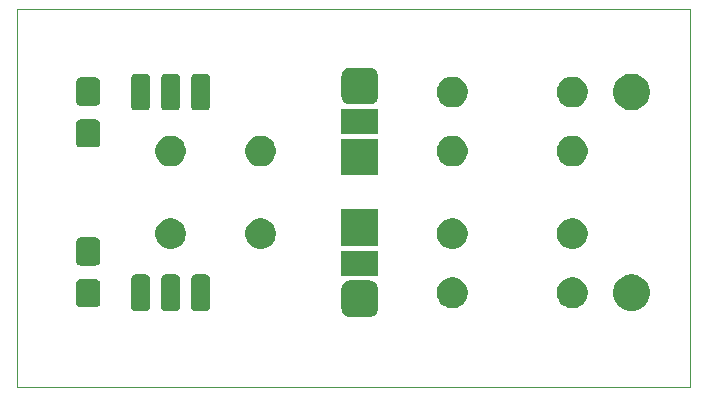
<source format=gbr>
G04 #@! TF.GenerationSoftware,KiCad,Pcbnew,5.1.5-52549c5~84~ubuntu18.04.1*
G04 #@! TF.CreationDate,2020-06-19T14:53:48+02:00*
G04 #@! TF.ProjectId,astabile-kippstufe,61737461-6269-46c6-952d-6b6970707374,V19.0.1*
G04 #@! TF.SameCoordinates,PX754d4c0PY5f5e100*
G04 #@! TF.FileFunction,Soldermask,Top*
G04 #@! TF.FilePolarity,Negative*
%FSLAX46Y46*%
G04 Gerber Fmt 4.6, Leading zero omitted, Abs format (unit mm)*
G04 Created by KiCad (PCBNEW 5.1.5-52549c5~84~ubuntu18.04.1) date 2020-06-19 14:53:48*
%MOMM*%
%LPD*%
G04 APERTURE LIST*
%ADD10C,0.050000*%
%ADD11C,0.100000*%
G04 APERTURE END LIST*
D10*
X0Y0D02*
X0Y32000000D01*
X57000000Y0D02*
X0Y0D01*
X57000000Y8000000D02*
X57000000Y0D01*
X57000000Y8000000D02*
X57000000Y25000000D01*
X57000000Y32000000D02*
X0Y32000000D01*
X57000000Y25000000D02*
X57000000Y32000000D01*
D11*
G36*
X29976979Y9036707D02*
G01*
X30110625Y8996166D01*
X30233784Y8930336D01*
X30341740Y8841740D01*
X30430336Y8733784D01*
X30496166Y8610625D01*
X30536707Y8476979D01*
X30551000Y8331860D01*
X30551000Y6668140D01*
X30536707Y6523021D01*
X30496166Y6389375D01*
X30430336Y6266216D01*
X30341740Y6158260D01*
X30233784Y6069664D01*
X30110625Y6003834D01*
X29976979Y5963293D01*
X29831860Y5949000D01*
X28168140Y5949000D01*
X28023021Y5963293D01*
X27889375Y6003834D01*
X27766216Y6069664D01*
X27658260Y6158260D01*
X27569664Y6266216D01*
X27503834Y6389375D01*
X27463293Y6523021D01*
X27449000Y6668140D01*
X27449000Y8331860D01*
X27463293Y8476979D01*
X27503834Y8610625D01*
X27569664Y8733784D01*
X27658260Y8841740D01*
X27766216Y8930336D01*
X27889375Y8996166D01*
X28023021Y9036707D01*
X28168140Y9051000D01*
X29831860Y9051000D01*
X29976979Y9036707D01*
G37*
G36*
X52284909Y9524714D02*
G01*
X52452410Y9491396D01*
X52734674Y9374479D01*
X52988705Y9204741D01*
X53204741Y8988705D01*
X53374479Y8734674D01*
X53491396Y8452410D01*
X53551000Y8152760D01*
X53551000Y7847240D01*
X53491396Y7547590D01*
X53374479Y7265326D01*
X53204741Y7011295D01*
X52988705Y6795259D01*
X52734674Y6625521D01*
X52452410Y6508604D01*
X52306024Y6479486D01*
X52152761Y6449000D01*
X51847239Y6449000D01*
X51693976Y6479486D01*
X51547590Y6508604D01*
X51265326Y6625521D01*
X51011295Y6795259D01*
X50795259Y7011295D01*
X50625521Y7265326D01*
X50508604Y7547590D01*
X50449000Y7847240D01*
X50449000Y8152760D01*
X50508604Y8452410D01*
X50625521Y8734674D01*
X50795259Y8988705D01*
X51011295Y9204741D01*
X51265326Y9374479D01*
X51547590Y9491396D01*
X51715091Y9524714D01*
X51847239Y9551000D01*
X52152761Y9551000D01*
X52284909Y9524714D01*
G37*
G36*
X13528823Y9543913D02*
G01*
X13592111Y9524714D01*
X13650449Y9493532D01*
X13701575Y9451575D01*
X13743532Y9400449D01*
X13774714Y9342111D01*
X13793913Y9278823D01*
X13801000Y9206862D01*
X13801000Y6793138D01*
X13793913Y6721177D01*
X13774714Y6657889D01*
X13743532Y6599551D01*
X13701575Y6548425D01*
X13650449Y6506468D01*
X13592111Y6475286D01*
X13528823Y6456087D01*
X13456862Y6449000D01*
X12543138Y6449000D01*
X12471177Y6456087D01*
X12407889Y6475286D01*
X12349551Y6506468D01*
X12298425Y6548425D01*
X12256468Y6599551D01*
X12225286Y6657889D01*
X12206087Y6721177D01*
X12199000Y6793138D01*
X12199000Y9206862D01*
X12206087Y9278823D01*
X12225286Y9342111D01*
X12256468Y9400449D01*
X12298425Y9451575D01*
X12349551Y9493532D01*
X12407889Y9524714D01*
X12471177Y9543913D01*
X12543138Y9551000D01*
X13456862Y9551000D01*
X13528823Y9543913D01*
G37*
G36*
X16068823Y9543913D02*
G01*
X16132111Y9524714D01*
X16190449Y9493532D01*
X16241575Y9451575D01*
X16283532Y9400449D01*
X16314714Y9342111D01*
X16333913Y9278823D01*
X16341000Y9206862D01*
X16341000Y6793138D01*
X16333913Y6721177D01*
X16314714Y6657889D01*
X16283532Y6599551D01*
X16241575Y6548425D01*
X16190449Y6506468D01*
X16132111Y6475286D01*
X16068823Y6456087D01*
X15996862Y6449000D01*
X15083138Y6449000D01*
X15011177Y6456087D01*
X14947889Y6475286D01*
X14889551Y6506468D01*
X14838425Y6548425D01*
X14796468Y6599551D01*
X14765286Y6657889D01*
X14746087Y6721177D01*
X14739000Y6793138D01*
X14739000Y9206862D01*
X14746087Y9278823D01*
X14765286Y9342111D01*
X14796468Y9400449D01*
X14838425Y9451575D01*
X14889551Y9493532D01*
X14947889Y9524714D01*
X15011177Y9543913D01*
X15083138Y9551000D01*
X15996862Y9551000D01*
X16068823Y9543913D01*
G37*
G36*
X10988823Y9543913D02*
G01*
X11052111Y9524714D01*
X11110449Y9493532D01*
X11161575Y9451575D01*
X11203532Y9400449D01*
X11234714Y9342111D01*
X11253913Y9278823D01*
X11261000Y9206862D01*
X11261000Y6793138D01*
X11253913Y6721177D01*
X11234714Y6657889D01*
X11203532Y6599551D01*
X11161575Y6548425D01*
X11110449Y6506468D01*
X11052111Y6475286D01*
X10988823Y6456087D01*
X10916862Y6449000D01*
X10003138Y6449000D01*
X9931177Y6456087D01*
X9867889Y6475286D01*
X9809551Y6506468D01*
X9758425Y6548425D01*
X9716468Y6599551D01*
X9685286Y6657889D01*
X9666087Y6721177D01*
X9659000Y6793138D01*
X9659000Y9206862D01*
X9666087Y9278823D01*
X9685286Y9342111D01*
X9716468Y9400449D01*
X9758425Y9451575D01*
X9809551Y9493532D01*
X9867889Y9524714D01*
X9931177Y9543913D01*
X10003138Y9551000D01*
X10916862Y9551000D01*
X10988823Y9543913D01*
G37*
G36*
X37219487Y9251004D02*
G01*
X37436775Y9161000D01*
X37456255Y9152931D01*
X37561707Y9082470D01*
X37669339Y9010553D01*
X37850553Y8829339D01*
X37992932Y8616253D01*
X38091004Y8379487D01*
X38141000Y8128139D01*
X38141000Y7871861D01*
X38091004Y7620513D01*
X38060798Y7547590D01*
X37992931Y7383745D01*
X37850553Y7170661D01*
X37669339Y6989447D01*
X37456255Y6847069D01*
X37456254Y6847068D01*
X37456253Y6847068D01*
X37219487Y6748996D01*
X36968139Y6699000D01*
X36711861Y6699000D01*
X36460513Y6748996D01*
X36223747Y6847068D01*
X36223746Y6847068D01*
X36223745Y6847069D01*
X36010661Y6989447D01*
X35829447Y7170661D01*
X35687069Y7383745D01*
X35619202Y7547590D01*
X35588996Y7620513D01*
X35539000Y7871861D01*
X35539000Y8128139D01*
X35588996Y8379487D01*
X35687068Y8616253D01*
X35829447Y8829339D01*
X36010661Y9010553D01*
X36118293Y9082470D01*
X36223745Y9152931D01*
X36243225Y9161000D01*
X36460513Y9251004D01*
X36711861Y9301000D01*
X36968139Y9301000D01*
X37219487Y9251004D01*
G37*
G36*
X47379487Y9251004D02*
G01*
X47596775Y9161000D01*
X47616255Y9152931D01*
X47721707Y9082470D01*
X47829339Y9010553D01*
X48010553Y8829339D01*
X48152932Y8616253D01*
X48251004Y8379487D01*
X48301000Y8128139D01*
X48301000Y7871861D01*
X48251004Y7620513D01*
X48220798Y7547590D01*
X48152931Y7383745D01*
X48010553Y7170661D01*
X47829339Y6989447D01*
X47616255Y6847069D01*
X47616254Y6847068D01*
X47616253Y6847068D01*
X47379487Y6748996D01*
X47128139Y6699000D01*
X46871861Y6699000D01*
X46620513Y6748996D01*
X46383747Y6847068D01*
X46383746Y6847068D01*
X46383745Y6847069D01*
X46170661Y6989447D01*
X45989447Y7170661D01*
X45847069Y7383745D01*
X45779202Y7547590D01*
X45748996Y7620513D01*
X45699000Y7871861D01*
X45699000Y8128139D01*
X45748996Y8379487D01*
X45847068Y8616253D01*
X45989447Y8829339D01*
X46170661Y9010553D01*
X46278293Y9082470D01*
X46383745Y9152931D01*
X46403225Y9161000D01*
X46620513Y9251004D01*
X46871861Y9301000D01*
X47128139Y9301000D01*
X47379487Y9251004D01*
G37*
G36*
X6678210Y9151511D02*
G01*
X6764950Y9125198D01*
X6844889Y9082470D01*
X6914962Y9024962D01*
X6972470Y8954889D01*
X7015198Y8874950D01*
X7041511Y8788210D01*
X7051000Y8691860D01*
X7051000Y7228140D01*
X7041511Y7131790D01*
X7015198Y7045050D01*
X6972470Y6965111D01*
X6914962Y6895038D01*
X6844889Y6837530D01*
X6764950Y6794802D01*
X6678210Y6768489D01*
X6581860Y6759000D01*
X5418140Y6759000D01*
X5321790Y6768489D01*
X5235050Y6794802D01*
X5155111Y6837530D01*
X5085038Y6895038D01*
X5027530Y6965111D01*
X4984802Y7045050D01*
X4958489Y7131790D01*
X4949000Y7228140D01*
X4949000Y8691860D01*
X4958489Y8788210D01*
X4984802Y8874950D01*
X5027530Y8954889D01*
X5085038Y9024962D01*
X5155111Y9082470D01*
X5235050Y9125198D01*
X5321790Y9151511D01*
X5418140Y9161000D01*
X6581860Y9161000D01*
X6678210Y9151511D01*
G37*
G36*
X30551000Y9449000D02*
G01*
X27449000Y9449000D01*
X27449000Y11551000D01*
X30551000Y11551000D01*
X30551000Y9449000D01*
G37*
G36*
X6678210Y12691511D02*
G01*
X6764950Y12665198D01*
X6844889Y12622470D01*
X6914962Y12564962D01*
X6972470Y12494889D01*
X7015198Y12414950D01*
X7041511Y12328210D01*
X7051000Y12231860D01*
X7051000Y10768140D01*
X7041511Y10671790D01*
X7015198Y10585050D01*
X6972470Y10505111D01*
X6914962Y10435038D01*
X6844889Y10377530D01*
X6764950Y10334802D01*
X6678210Y10308489D01*
X6581860Y10299000D01*
X5418140Y10299000D01*
X5321790Y10308489D01*
X5235050Y10334802D01*
X5155111Y10377530D01*
X5085038Y10435038D01*
X5027530Y10505111D01*
X4984802Y10585050D01*
X4958489Y10671790D01*
X4949000Y10768140D01*
X4949000Y12231860D01*
X4958489Y12328210D01*
X4984802Y12414950D01*
X5027530Y12494889D01*
X5085038Y12564962D01*
X5155111Y12622470D01*
X5235050Y12665198D01*
X5321790Y12691511D01*
X5418140Y12701000D01*
X6581860Y12701000D01*
X6678210Y12691511D01*
G37*
G36*
X13379487Y14251004D02*
G01*
X13616253Y14152932D01*
X13616255Y14152931D01*
X13829339Y14010553D01*
X14010553Y13829339D01*
X14152932Y13616253D01*
X14251004Y13379487D01*
X14301000Y13128139D01*
X14301000Y12871861D01*
X14251004Y12620513D01*
X14187604Y12467452D01*
X14152931Y12383745D01*
X14010553Y12170661D01*
X13829339Y11989447D01*
X13616255Y11847069D01*
X13616254Y11847068D01*
X13616253Y11847068D01*
X13379487Y11748996D01*
X13128139Y11699000D01*
X12871861Y11699000D01*
X12620513Y11748996D01*
X12383747Y11847068D01*
X12383746Y11847068D01*
X12383745Y11847069D01*
X12170661Y11989447D01*
X11989447Y12170661D01*
X11847069Y12383745D01*
X11812396Y12467452D01*
X11748996Y12620513D01*
X11699000Y12871861D01*
X11699000Y13128139D01*
X11748996Y13379487D01*
X11847068Y13616253D01*
X11989447Y13829339D01*
X12170661Y14010553D01*
X12383745Y14152931D01*
X12383747Y14152932D01*
X12620513Y14251004D01*
X12871861Y14301000D01*
X13128139Y14301000D01*
X13379487Y14251004D01*
G37*
G36*
X20999487Y14251004D02*
G01*
X21236253Y14152932D01*
X21236255Y14152931D01*
X21449339Y14010553D01*
X21630553Y13829339D01*
X21772932Y13616253D01*
X21871004Y13379487D01*
X21921000Y13128139D01*
X21921000Y12871861D01*
X21871004Y12620513D01*
X21807604Y12467452D01*
X21772931Y12383745D01*
X21630553Y12170661D01*
X21449339Y11989447D01*
X21236255Y11847069D01*
X21236254Y11847068D01*
X21236253Y11847068D01*
X20999487Y11748996D01*
X20748139Y11699000D01*
X20491861Y11699000D01*
X20240513Y11748996D01*
X20003747Y11847068D01*
X20003746Y11847068D01*
X20003745Y11847069D01*
X19790661Y11989447D01*
X19609447Y12170661D01*
X19467069Y12383745D01*
X19432396Y12467452D01*
X19368996Y12620513D01*
X19319000Y12871861D01*
X19319000Y13128139D01*
X19368996Y13379487D01*
X19467068Y13616253D01*
X19609447Y13829339D01*
X19790661Y14010553D01*
X20003745Y14152931D01*
X20003747Y14152932D01*
X20240513Y14251004D01*
X20491861Y14301000D01*
X20748139Y14301000D01*
X20999487Y14251004D01*
G37*
G36*
X37219487Y14251004D02*
G01*
X37456253Y14152932D01*
X37456255Y14152931D01*
X37669339Y14010553D01*
X37850553Y13829339D01*
X37992932Y13616253D01*
X38091004Y13379487D01*
X38141000Y13128139D01*
X38141000Y12871861D01*
X38091004Y12620513D01*
X38027604Y12467452D01*
X37992931Y12383745D01*
X37850553Y12170661D01*
X37669339Y11989447D01*
X37456255Y11847069D01*
X37456254Y11847068D01*
X37456253Y11847068D01*
X37219487Y11748996D01*
X36968139Y11699000D01*
X36711861Y11699000D01*
X36460513Y11748996D01*
X36223747Y11847068D01*
X36223746Y11847068D01*
X36223745Y11847069D01*
X36010661Y11989447D01*
X35829447Y12170661D01*
X35687069Y12383745D01*
X35652396Y12467452D01*
X35588996Y12620513D01*
X35539000Y12871861D01*
X35539000Y13128139D01*
X35588996Y13379487D01*
X35687068Y13616253D01*
X35829447Y13829339D01*
X36010661Y14010553D01*
X36223745Y14152931D01*
X36223747Y14152932D01*
X36460513Y14251004D01*
X36711861Y14301000D01*
X36968139Y14301000D01*
X37219487Y14251004D01*
G37*
G36*
X47379487Y14251004D02*
G01*
X47616253Y14152932D01*
X47616255Y14152931D01*
X47829339Y14010553D01*
X48010553Y13829339D01*
X48152932Y13616253D01*
X48251004Y13379487D01*
X48301000Y13128139D01*
X48301000Y12871861D01*
X48251004Y12620513D01*
X48187604Y12467452D01*
X48152931Y12383745D01*
X48010553Y12170661D01*
X47829339Y11989447D01*
X47616255Y11847069D01*
X47616254Y11847068D01*
X47616253Y11847068D01*
X47379487Y11748996D01*
X47128139Y11699000D01*
X46871861Y11699000D01*
X46620513Y11748996D01*
X46383747Y11847068D01*
X46383746Y11847068D01*
X46383745Y11847069D01*
X46170661Y11989447D01*
X45989447Y12170661D01*
X45847069Y12383745D01*
X45812396Y12467452D01*
X45748996Y12620513D01*
X45699000Y12871861D01*
X45699000Y13128139D01*
X45748996Y13379487D01*
X45847068Y13616253D01*
X45989447Y13829339D01*
X46170661Y14010553D01*
X46383745Y14152931D01*
X46383747Y14152932D01*
X46620513Y14251004D01*
X46871861Y14301000D01*
X47128139Y14301000D01*
X47379487Y14251004D01*
G37*
G36*
X30551000Y11949000D02*
G01*
X27449000Y11949000D01*
X27449000Y15051000D01*
X30551000Y15051000D01*
X30551000Y11949000D01*
G37*
G36*
X30551000Y17949000D02*
G01*
X27449000Y17949000D01*
X27449000Y21051000D01*
X30551000Y21051000D01*
X30551000Y17949000D01*
G37*
G36*
X37219487Y21251004D02*
G01*
X37456253Y21152932D01*
X37456255Y21152931D01*
X37669339Y21010553D01*
X37850553Y20829339D01*
X37955824Y20671790D01*
X37992932Y20616253D01*
X38091004Y20379487D01*
X38141000Y20128139D01*
X38141000Y19871861D01*
X38091004Y19620513D01*
X37992932Y19383747D01*
X37992931Y19383745D01*
X37850553Y19170661D01*
X37669339Y18989447D01*
X37456255Y18847069D01*
X37456254Y18847068D01*
X37456253Y18847068D01*
X37219487Y18748996D01*
X36968139Y18699000D01*
X36711861Y18699000D01*
X36460513Y18748996D01*
X36223747Y18847068D01*
X36223746Y18847068D01*
X36223745Y18847069D01*
X36010661Y18989447D01*
X35829447Y19170661D01*
X35687069Y19383745D01*
X35687068Y19383747D01*
X35588996Y19620513D01*
X35539000Y19871861D01*
X35539000Y20128139D01*
X35588996Y20379487D01*
X35687068Y20616253D01*
X35724177Y20671790D01*
X35829447Y20829339D01*
X36010661Y21010553D01*
X36223745Y21152931D01*
X36223747Y21152932D01*
X36460513Y21251004D01*
X36711861Y21301000D01*
X36968139Y21301000D01*
X37219487Y21251004D01*
G37*
G36*
X47379487Y21251004D02*
G01*
X47616253Y21152932D01*
X47616255Y21152931D01*
X47829339Y21010553D01*
X48010553Y20829339D01*
X48115824Y20671790D01*
X48152932Y20616253D01*
X48251004Y20379487D01*
X48301000Y20128139D01*
X48301000Y19871861D01*
X48251004Y19620513D01*
X48152932Y19383747D01*
X48152931Y19383745D01*
X48010553Y19170661D01*
X47829339Y18989447D01*
X47616255Y18847069D01*
X47616254Y18847068D01*
X47616253Y18847068D01*
X47379487Y18748996D01*
X47128139Y18699000D01*
X46871861Y18699000D01*
X46620513Y18748996D01*
X46383747Y18847068D01*
X46383746Y18847068D01*
X46383745Y18847069D01*
X46170661Y18989447D01*
X45989447Y19170661D01*
X45847069Y19383745D01*
X45847068Y19383747D01*
X45748996Y19620513D01*
X45699000Y19871861D01*
X45699000Y20128139D01*
X45748996Y20379487D01*
X45847068Y20616253D01*
X45884177Y20671790D01*
X45989447Y20829339D01*
X46170661Y21010553D01*
X46383745Y21152931D01*
X46383747Y21152932D01*
X46620513Y21251004D01*
X46871861Y21301000D01*
X47128139Y21301000D01*
X47379487Y21251004D01*
G37*
G36*
X20999487Y21251004D02*
G01*
X21236253Y21152932D01*
X21236255Y21152931D01*
X21449339Y21010553D01*
X21630553Y20829339D01*
X21735824Y20671790D01*
X21772932Y20616253D01*
X21871004Y20379487D01*
X21921000Y20128139D01*
X21921000Y19871861D01*
X21871004Y19620513D01*
X21772932Y19383747D01*
X21772931Y19383745D01*
X21630553Y19170661D01*
X21449339Y18989447D01*
X21236255Y18847069D01*
X21236254Y18847068D01*
X21236253Y18847068D01*
X20999487Y18748996D01*
X20748139Y18699000D01*
X20491861Y18699000D01*
X20240513Y18748996D01*
X20003747Y18847068D01*
X20003746Y18847068D01*
X20003745Y18847069D01*
X19790661Y18989447D01*
X19609447Y19170661D01*
X19467069Y19383745D01*
X19467068Y19383747D01*
X19368996Y19620513D01*
X19319000Y19871861D01*
X19319000Y20128139D01*
X19368996Y20379487D01*
X19467068Y20616253D01*
X19504177Y20671790D01*
X19609447Y20829339D01*
X19790661Y21010553D01*
X20003745Y21152931D01*
X20003747Y21152932D01*
X20240513Y21251004D01*
X20491861Y21301000D01*
X20748139Y21301000D01*
X20999487Y21251004D01*
G37*
G36*
X13379487Y21251004D02*
G01*
X13616253Y21152932D01*
X13616255Y21152931D01*
X13829339Y21010553D01*
X14010553Y20829339D01*
X14115824Y20671790D01*
X14152932Y20616253D01*
X14251004Y20379487D01*
X14301000Y20128139D01*
X14301000Y19871861D01*
X14251004Y19620513D01*
X14152932Y19383747D01*
X14152931Y19383745D01*
X14010553Y19170661D01*
X13829339Y18989447D01*
X13616255Y18847069D01*
X13616254Y18847068D01*
X13616253Y18847068D01*
X13379487Y18748996D01*
X13128139Y18699000D01*
X12871861Y18699000D01*
X12620513Y18748996D01*
X12383747Y18847068D01*
X12383746Y18847068D01*
X12383745Y18847069D01*
X12170661Y18989447D01*
X11989447Y19170661D01*
X11847069Y19383745D01*
X11847068Y19383747D01*
X11748996Y19620513D01*
X11699000Y19871861D01*
X11699000Y20128139D01*
X11748996Y20379487D01*
X11847068Y20616253D01*
X11884177Y20671790D01*
X11989447Y20829339D01*
X12170661Y21010553D01*
X12383745Y21152931D01*
X12383747Y21152932D01*
X12620513Y21251004D01*
X12871861Y21301000D01*
X13128139Y21301000D01*
X13379487Y21251004D01*
G37*
G36*
X6678210Y22691511D02*
G01*
X6764950Y22665198D01*
X6844889Y22622470D01*
X6914962Y22564962D01*
X6972470Y22494889D01*
X7015198Y22414950D01*
X7041511Y22328210D01*
X7051000Y22231860D01*
X7051000Y20768140D01*
X7041511Y20671790D01*
X7015198Y20585050D01*
X6972470Y20505111D01*
X6914962Y20435038D01*
X6844889Y20377530D01*
X6764950Y20334802D01*
X6678210Y20308489D01*
X6581860Y20299000D01*
X5418140Y20299000D01*
X5321790Y20308489D01*
X5235050Y20334802D01*
X5155111Y20377530D01*
X5085038Y20435038D01*
X5027530Y20505111D01*
X4984802Y20585050D01*
X4958489Y20671790D01*
X4949000Y20768140D01*
X4949000Y22231860D01*
X4958489Y22328210D01*
X4984802Y22414950D01*
X5027530Y22494889D01*
X5085038Y22564962D01*
X5155111Y22622470D01*
X5235050Y22665198D01*
X5321790Y22691511D01*
X5418140Y22701000D01*
X6581860Y22701000D01*
X6678210Y22691511D01*
G37*
G36*
X30551000Y21449000D02*
G01*
X27449000Y21449000D01*
X27449000Y23551000D01*
X30551000Y23551000D01*
X30551000Y21449000D01*
G37*
G36*
X13528823Y26543913D02*
G01*
X13592111Y26524714D01*
X13650449Y26493532D01*
X13701575Y26451575D01*
X13743532Y26400449D01*
X13774714Y26342111D01*
X13793913Y26278823D01*
X13801000Y26206862D01*
X13801000Y23793138D01*
X13793913Y23721177D01*
X13774714Y23657889D01*
X13743532Y23599551D01*
X13701575Y23548425D01*
X13650449Y23506468D01*
X13592111Y23475286D01*
X13528823Y23456087D01*
X13456862Y23449000D01*
X12543138Y23449000D01*
X12471177Y23456087D01*
X12407889Y23475286D01*
X12349551Y23506468D01*
X12298425Y23548425D01*
X12256468Y23599551D01*
X12225286Y23657889D01*
X12206087Y23721177D01*
X12199000Y23793138D01*
X12199000Y26206862D01*
X12206087Y26278823D01*
X12225286Y26342111D01*
X12256468Y26400449D01*
X12298425Y26451575D01*
X12349551Y26493532D01*
X12407889Y26524714D01*
X12471177Y26543913D01*
X12543138Y26551000D01*
X13456862Y26551000D01*
X13528823Y26543913D01*
G37*
G36*
X52284909Y26524714D02*
G01*
X52452410Y26491396D01*
X52734674Y26374479D01*
X52988705Y26204741D01*
X53204741Y25988705D01*
X53374479Y25734674D01*
X53491396Y25452410D01*
X53551000Y25152760D01*
X53551000Y24847240D01*
X53491396Y24547590D01*
X53374479Y24265326D01*
X53204741Y24011295D01*
X52988705Y23795259D01*
X52734674Y23625521D01*
X52452410Y23508604D01*
X52306024Y23479486D01*
X52152761Y23449000D01*
X51847239Y23449000D01*
X51693976Y23479486D01*
X51547590Y23508604D01*
X51265326Y23625521D01*
X51011295Y23795259D01*
X50795259Y24011295D01*
X50625521Y24265326D01*
X50508604Y24547590D01*
X50449000Y24847240D01*
X50449000Y25152760D01*
X50508604Y25452410D01*
X50625521Y25734674D01*
X50795259Y25988705D01*
X51011295Y26204741D01*
X51265326Y26374479D01*
X51547590Y26491396D01*
X51715091Y26524714D01*
X51847239Y26551000D01*
X52152761Y26551000D01*
X52284909Y26524714D01*
G37*
G36*
X10988823Y26543913D02*
G01*
X11052111Y26524714D01*
X11110449Y26493532D01*
X11161575Y26451575D01*
X11203532Y26400449D01*
X11234714Y26342111D01*
X11253913Y26278823D01*
X11261000Y26206862D01*
X11261000Y23793138D01*
X11253913Y23721177D01*
X11234714Y23657889D01*
X11203532Y23599551D01*
X11161575Y23548425D01*
X11110449Y23506468D01*
X11052111Y23475286D01*
X10988823Y23456087D01*
X10916862Y23449000D01*
X10003138Y23449000D01*
X9931177Y23456087D01*
X9867889Y23475286D01*
X9809551Y23506468D01*
X9758425Y23548425D01*
X9716468Y23599551D01*
X9685286Y23657889D01*
X9666087Y23721177D01*
X9659000Y23793138D01*
X9659000Y26206862D01*
X9666087Y26278823D01*
X9685286Y26342111D01*
X9716468Y26400449D01*
X9758425Y26451575D01*
X9809551Y26493532D01*
X9867889Y26524714D01*
X9931177Y26543913D01*
X10003138Y26551000D01*
X10916862Y26551000D01*
X10988823Y26543913D01*
G37*
G36*
X16068823Y26543913D02*
G01*
X16132111Y26524714D01*
X16190449Y26493532D01*
X16241575Y26451575D01*
X16283532Y26400449D01*
X16314714Y26342111D01*
X16333913Y26278823D01*
X16341000Y26206862D01*
X16341000Y23793138D01*
X16333913Y23721177D01*
X16314714Y23657889D01*
X16283532Y23599551D01*
X16241575Y23548425D01*
X16190449Y23506468D01*
X16132111Y23475286D01*
X16068823Y23456087D01*
X15996862Y23449000D01*
X15083138Y23449000D01*
X15011177Y23456087D01*
X14947889Y23475286D01*
X14889551Y23506468D01*
X14838425Y23548425D01*
X14796468Y23599551D01*
X14765286Y23657889D01*
X14746087Y23721177D01*
X14739000Y23793138D01*
X14739000Y26206862D01*
X14746087Y26278823D01*
X14765286Y26342111D01*
X14796468Y26400449D01*
X14838425Y26451575D01*
X14889551Y26493532D01*
X14947889Y26524714D01*
X15011177Y26543913D01*
X15083138Y26551000D01*
X15996862Y26551000D01*
X16068823Y26543913D01*
G37*
G36*
X37219487Y26251004D02*
G01*
X37433226Y26162470D01*
X37456255Y26152931D01*
X37669339Y26010553D01*
X37850553Y25829339D01*
X37992932Y25616253D01*
X38091004Y25379487D01*
X38141000Y25128139D01*
X38141000Y24871861D01*
X38091004Y24620513D01*
X38060798Y24547590D01*
X37992931Y24383745D01*
X37850553Y24170661D01*
X37669339Y23989447D01*
X37456255Y23847069D01*
X37456254Y23847068D01*
X37456253Y23847068D01*
X37219487Y23748996D01*
X36968139Y23699000D01*
X36711861Y23699000D01*
X36460513Y23748996D01*
X36223747Y23847068D01*
X36223746Y23847068D01*
X36223745Y23847069D01*
X36010661Y23989447D01*
X35829447Y24170661D01*
X35687069Y24383745D01*
X35619202Y24547590D01*
X35588996Y24620513D01*
X35539000Y24871861D01*
X35539000Y25128139D01*
X35588996Y25379487D01*
X35687068Y25616253D01*
X35829447Y25829339D01*
X36010661Y26010553D01*
X36223745Y26152931D01*
X36246774Y26162470D01*
X36460513Y26251004D01*
X36711861Y26301000D01*
X36968139Y26301000D01*
X37219487Y26251004D01*
G37*
G36*
X47379487Y26251004D02*
G01*
X47593226Y26162470D01*
X47616255Y26152931D01*
X47829339Y26010553D01*
X48010553Y25829339D01*
X48152932Y25616253D01*
X48251004Y25379487D01*
X48301000Y25128139D01*
X48301000Y24871861D01*
X48251004Y24620513D01*
X48220798Y24547590D01*
X48152931Y24383745D01*
X48010553Y24170661D01*
X47829339Y23989447D01*
X47616255Y23847069D01*
X47616254Y23847068D01*
X47616253Y23847068D01*
X47379487Y23748996D01*
X47128139Y23699000D01*
X46871861Y23699000D01*
X46620513Y23748996D01*
X46383747Y23847068D01*
X46383746Y23847068D01*
X46383745Y23847069D01*
X46170661Y23989447D01*
X45989447Y24170661D01*
X45847069Y24383745D01*
X45779202Y24547590D01*
X45748996Y24620513D01*
X45699000Y24871861D01*
X45699000Y25128139D01*
X45748996Y25379487D01*
X45847068Y25616253D01*
X45989447Y25829339D01*
X46170661Y26010553D01*
X46383745Y26152931D01*
X46406774Y26162470D01*
X46620513Y26251004D01*
X46871861Y26301000D01*
X47128139Y26301000D01*
X47379487Y26251004D01*
G37*
G36*
X6678210Y26231511D02*
G01*
X6764950Y26205198D01*
X6844889Y26162470D01*
X6914962Y26104962D01*
X6972470Y26034889D01*
X7015198Y25954950D01*
X7041511Y25868210D01*
X7051000Y25771860D01*
X7051000Y24308140D01*
X7041511Y24211790D01*
X7015198Y24125050D01*
X6972470Y24045111D01*
X6914962Y23975038D01*
X6844889Y23917530D01*
X6764950Y23874802D01*
X6678210Y23848489D01*
X6581860Y23839000D01*
X5418140Y23839000D01*
X5321790Y23848489D01*
X5235050Y23874802D01*
X5155111Y23917530D01*
X5085038Y23975038D01*
X5027530Y24045111D01*
X4984802Y24125050D01*
X4958489Y24211790D01*
X4949000Y24308140D01*
X4949000Y25771860D01*
X4958489Y25868210D01*
X4984802Y25954950D01*
X5027530Y26034889D01*
X5085038Y26104962D01*
X5155111Y26162470D01*
X5235050Y26205198D01*
X5321790Y26231511D01*
X5418140Y26241000D01*
X6581860Y26241000D01*
X6678210Y26231511D01*
G37*
G36*
X29976979Y27036707D02*
G01*
X30110625Y26996166D01*
X30233784Y26930336D01*
X30341740Y26841740D01*
X30430336Y26733784D01*
X30496166Y26610625D01*
X30536707Y26476979D01*
X30551000Y26331860D01*
X30551000Y24668140D01*
X30536707Y24523021D01*
X30496166Y24389375D01*
X30430336Y24266216D01*
X30341740Y24158260D01*
X30233784Y24069664D01*
X30110625Y24003834D01*
X29976979Y23963293D01*
X29831860Y23949000D01*
X28168140Y23949000D01*
X28023021Y23963293D01*
X27889375Y24003834D01*
X27766216Y24069664D01*
X27658260Y24158260D01*
X27569664Y24266216D01*
X27503834Y24389375D01*
X27463293Y24523021D01*
X27449000Y24668140D01*
X27449000Y26331860D01*
X27463293Y26476979D01*
X27503834Y26610625D01*
X27569664Y26733784D01*
X27658260Y26841740D01*
X27766216Y26930336D01*
X27889375Y26996166D01*
X28023021Y27036707D01*
X28168140Y27051000D01*
X29831860Y27051000D01*
X29976979Y27036707D01*
G37*
M02*

</source>
